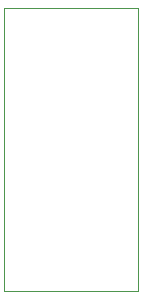
<source format=gbr>
%TF.GenerationSoftware,KiCad,Pcbnew,9.0.1+1*%
%TF.CreationDate,2025-11-18T13:49:13+00:00*%
%TF.ProjectId,nautilus_mainboard,6e617574-696c-4757-935f-6d61696e626f,rev?*%
%TF.SameCoordinates,Original*%
%TF.FileFunction,Other,User*%
%FSLAX46Y46*%
G04 Gerber Fmt 4.6, Leading zero omitted, Abs format (unit mm)*
G04 Created by KiCad (PCBNEW 9.0.1+1) date 2025-11-18 13:49:13*
%MOMM*%
%LPD*%
G01*
G04 APERTURE LIST*
%ADD10C,0.100000*%
G04 APERTURE END LIST*
D10*
%TO.C,J6*%
X116565000Y-163760000D02*
X116565000Y-187760000D01*
X116565000Y-187760000D02*
X127915000Y-187760000D01*
X127915000Y-163760000D02*
X116565000Y-163760000D01*
X127915000Y-187760000D02*
X127915000Y-163760000D01*
%TD*%
M02*

</source>
